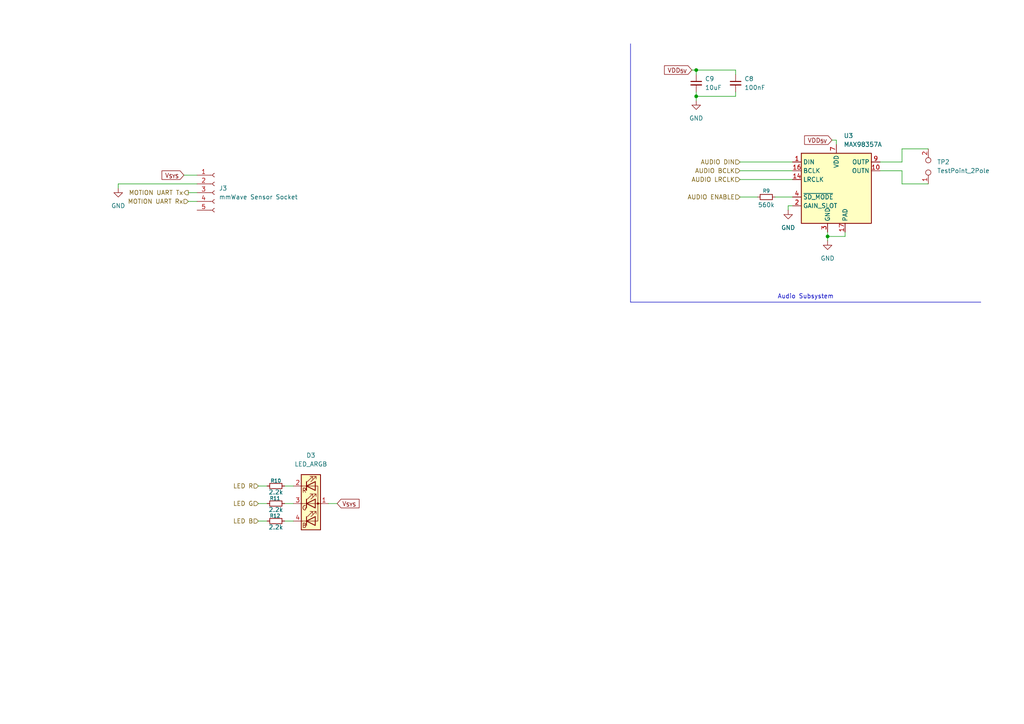
<source format=kicad_sch>
(kicad_sch (version 20250114) (generator "eeschema") (generator_version "9.0")
  (paper "A4")
  (lib_symbols
    (symbol "Audio:MAX98357A"
      (property "Reference" "U" (at -8.89 11.43 0))
      (property "Value" "MAX98357A" (at 10.16 11.43 0))
      (symbol "MAX98357A_1_1"
        (rectangle (start -10.16 10.16) (end 10.16 -10.16) (stroke (width 0.254)) (fill (type background)))
        (pin input line (at -12.7 7.62 0) (length 2.54) (name "DIN") (number "1"))
        (pin input line (at -12.7 5.08 0) (length 2.54) (name "BCLK") (number "16"))
        (pin input line (at -12.7 2.54 0) (length 2.54) (name "LRCLK") (number "14"))
        (pin input line (at -12.7 -2.54 0) (length 2.54) (name "~{SD_MODE}") (number "4"))
        (pin passive line (at -12.7 -5.08 0) (length 2.54) (name "GAIN_SLOT") (number "2"))
        (pin passive line (at -2.54 -12.7 90) (length 2.54) (hide yes) (name "GND") (number "11"))
        (pin passive line (at -2.54 -12.7 90) (length 2.54) (hide yes) (name "GND") (number "15"))
        (pin power_in line (at -2.54 -12.7 90) (length 2.54) (name "GND") (number "3"))
        (pin power_in line (at 0 12.7 270) (length 2.54) (name "VDD") (number "7"))
        (pin passive line (at 0 12.7 270) (length 2.54) (hide yes) (name "VDD") (number "8"))
        (pin unspecified line (at 2.54 -12.7 90) (length 2.54) (name "PAD") (number "17"))
        (pin no_connect line (at 10.16 2.54 180) (length 2.54) (hide yes) (name "NC") (number "5"))
        (pin no_connect line (at 10.16 0 180) (length 2.54) (hide yes) (name "NC") (number "6"))
        (pin no_connect line (at 10.16 -5.08 180) (length 2.54) (hide yes) (name "NC") (number "12"))
        (pin no_connect line (at 10.16 -7.62 180) (length 2.54) (hide yes) (name "NC") (number "13"))
        (pin output line (at 12.7 7.62 180) (length 2.54) (name "OUTP") (number "9"))
        (pin output line (at 12.7 5.08 180) (length 2.54) (name "OUTN") (number "10"))
      )
    )
    (symbol "Connector:Conn_01x05_Socket" (pin_names (offset 1.016) (hide yes))
      (property "Reference" "J" (at 0 7.62 0))
      (property "Value" "Conn_01x05_Socket" (at 0 -7.62 0))
      (symbol "Conn_01x05_Socket_1_1"
        (polyline (pts (xy -1.27 5.08) (xy -0.508 5.08)) (stroke (width 0.1524)))
        (polyline (pts (xy -1.27 2.54) (xy -0.508 2.54)) (stroke (width 0.1524)))
        (polyline (pts (xy -1.27 0) (xy -0.508 0)) (stroke (width 0.1524)))
        (polyline (pts (xy -1.27 -2.54) (xy -0.508 -2.54)) (stroke (width 0.1524)))
        (polyline (pts (xy -1.27 -5.08) (xy -0.508 -5.08)) (stroke (width 0.1524)))
        (arc (start 0 4.572) (mid -0.5058 5.08) (end 0 5.588) (stroke (width 0.1524)))
        (arc (start 0 2.032) (mid -0.5058 2.54) (end 0 3.048) (stroke (width 0.1524)))
        (arc (start 0 -0.508) (mid -0.5058 0) (end 0 0.508) (stroke (width 0.1524)))
        (arc (start 0 -3.048) (mid -0.5058 -2.54) (end 0 -2.032) (stroke (width 0.1524)))
        (arc (start 0 -5.588) (mid -0.5058 -5.08) (end 0 -4.572) (stroke (width 0.1524)))
        (pin passive line (at -5.08 5.08 0) (length 3.81) (name "Pin_1") (number "1"))
        (pin passive line (at -5.08 2.54 0) (length 3.81) (name "Pin_2") (number "2"))
        (pin passive line (at -5.08 0 0) (length 3.81) (name "Pin_3") (number "3"))
        (pin passive line (at -5.08 -2.54 0) (length 3.81) (name "Pin_4") (number "4"))
        (pin passive line (at -5.08 -5.08 0) (length 3.81) (name "Pin_5") (number "5"))
      )
    )
    (symbol "Connector:TestPoint_2Pole" (pin_names (offset 0.762) (hide yes))
      (property "Reference" "TP" (at 0 1.524 0))
      (property "Value" "TestPoint_2Pole" (at 0 -1.778 0))
      (symbol "TestPoint_2Pole_0_1"
        (circle (center -1.778 0) (radius 0.762))
        (circle (center 1.778 0) (radius 0.762))
        (pin passive line (at -5.08 0 0) (length 2.54) (name "1") (number "1"))
        (pin passive line (at 5.08 0 180) (length 2.54) (name "2") (number "2"))
      )
    )
    (symbol "Device:C_Small" (pin_numbers (hide yes)) (pin_names (offset 0.254) (hide yes))
      (property "Reference" "C" (at 0.254 1.778 0))
      (property "Value" "C_Small" (at 0.254 -2.032 0))
      (symbol "C_Small_0_1"
        (polyline (pts (xy -1.524 0.508) (xy 1.524 0.508)) (stroke (width 0.3048)))
        (polyline (pts (xy -1.524 -0.508) (xy 1.524 -0.508)) (stroke (width 0.3302)))
      )
      (symbol "C_Small_1_1"
        (pin passive line (at 0 2.54 270) (length 2.032) (name "~") (number "1"))
        (pin passive line (at 0 -2.54 90) (length 2.032) (name "~") (number "2"))
      )
    )
    (symbol "Device:LED_ARGB" (pin_names (offset 0) (hide yes))
      (property "Reference" "D" (at 0 9.398 0))
      (property "Value" "LED_ARGB" (at 0 -8.89 0))
      (symbol "LED_ARGB_0_0"
        (text "R" (at -1.905 3.81 0) (effects (font (size 1.27 1.27))))
        (text "G" (at -1.905 -1.27 0) (effects (font (size 1.27 1.27))))
        (text "B" (at -1.905 -6.35 0) (effects (font (size 1.27 1.27))))
      )
      (symbol "LED_ARGB_0_1"
        (polyline (pts (xy -1.27 6.35) (xy -1.27 3.81)) (stroke (width 0.254)))
        (polyline (pts (xy -1.27 6.35) (xy -1.27 3.81) (xy -1.27 3.81)))
        (polyline (pts (xy -1.27 5.08) (xy -2.54 5.08)))
        (polyline (pts (xy -1.27 5.08) (xy 1.27 5.08)))
        (polyline (pts (xy -1.27 1.27) (xy -1.27 -1.27)) (stroke (width 0.254)))
        (polyline (pts (xy -1.27 1.27) (xy -1.27 -1.27) (xy -1.27 -1.27)))
        (polyline (pts (xy -1.27 0) (xy -2.54 0)))
        (polyline (pts (xy -1.27 -3.81) (xy -1.27 -6.35)) (stroke (width 0.254)))
        (polyline (pts (xy -1.27 -5.08) (xy -2.54 -5.08)))
        (polyline (pts (xy -1.27 -5.08) (xy 1.27 -5.08)))
        (polyline (pts (xy -1.016 6.35) (xy 0.508 7.874) (xy -0.254 7.874) (xy 0.508 7.874) (xy 0.508 7.112)))
        (polyline (pts (xy -1.016 1.27) (xy 0.508 2.794) (xy -0.254 2.794) (xy 0.508 2.794) (xy 0.508 2.032)))
        (polyline (pts (xy -1.016 -3.81) (xy 0.508 -2.286) (xy -0.254 -2.286) (xy 0.508 -2.286) (xy 0.508 -3.048)))
        (polyline (pts (xy 0 6.35) (xy 1.524 7.874) (xy 0.762 7.874) (xy 1.524 7.874) (xy 1.524 7.112)))
        (polyline (pts (xy 0 1.27) (xy 1.524 2.794) (xy 0.762 2.794) (xy 1.524 2.794) (xy 1.524 2.032)))
        (polyline (pts (xy 0 -3.81) (xy 1.524 -2.286) (xy 0.762 -2.286) (xy 1.524 -2.286) (xy 1.524 -3.048)))
        (polyline (pts (xy 1.27 6.35) (xy 1.27 3.81) (xy -1.27 5.08) (xy 1.27 6.35)) (stroke (width 0.254)))
        (rectangle (start 1.27 6.35) (end 1.27 6.35))
        (rectangle (start 1.27 3.81) (end 1.27 6.35))
        (polyline (pts (xy 1.27 1.27) (xy 1.27 -1.27) (xy -1.27 0) (xy 1.27 1.27)) (stroke (width 0.254)))
        (rectangle (start 1.27 1.27) (end 1.27 1.27))
        (polyline (pts (xy 1.27 0) (xy -1.27 0)))
        (polyline (pts (xy 1.27 0) (xy 2.54 0)))
        (rectangle (start 1.27 -1.27) (end 1.27 1.27))
        (polyline (pts (xy 1.27 -3.81) (xy 1.27 -6.35) (xy -1.27 -5.08) (xy 1.27 -3.81)) (stroke (width 0.254)))
        (polyline (pts (xy 1.27 -5.08) (xy 2.032 -5.08) (xy 2.032 5.08) (xy 1.27 5.08)))
        (circle (center 2.032 0) (radius 0.254) (fill (type outline)))
        (rectangle (start 2.794 8.382) (end -2.794 -7.62) (stroke (width 0.254)) (fill (type background)))
      )
      (symbol "LED_ARGB_1_1"
        (pin passive line (at -5.08 5.08 0) (length 2.54) (name "RK") (number "2"))
        (pin passive line (at -5.08 0 0) (length 2.54) (name "GK") (number "3"))
        (pin passive line (at -5.08 -5.08 0) (length 2.54) (name "BK") (number "4"))
        (pin passive line (at 5.08 0 180) (length 2.54) (name "A") (number "1"))
      )
    )
    (symbol "Device:R_Small" (pin_numbers (hide yes)) (pin_names (offset 0.254) (hide yes))
      (property "Reference" "R" (at 0 0 90))
      (property "Value" "R_Small" (at 1.778 0 90))
      (symbol "R_Small_0_1"
        (rectangle (start -0.762 1.778) (end 0.762 -1.778) (stroke (width 0.2032)))
      )
      (symbol "R_Small_1_1"
        (pin passive line (at 0 2.54 270) (length 0.762) (name "~") (number "1"))
        (pin passive line (at 0 -2.54 90) (length 0.762) (name "~") (number "2"))
      )
    )
    (symbol "power:GND" (power) (pin_numbers (hide yes)) (pin_names (offset 0) (hide yes))
      (property "Value" "GND" (at 0 -3.81 0))
      (symbol "GND_0_1"
        (polyline (pts (xy 0 0) (xy 0 -1.27) (xy 1.27 -1.27) (xy 0 -2.54) (xy -1.27 -1.27) (xy 0 -1.27)))
      )
      (symbol "GND_1_1"
        (pin power_in line (at 0 0 270) (length 0) (name "~") (number "1"))
      )
    )
  )
  (text "Audio Subsystem" (at 233.68 86.106 0) (effects (font (size 1.27 1.27))))
  (junction (at 201.93 27.94))
  (junction (at 201.93 20.32))
  (junction (at 240.03 68.58))
  (wire (pts (xy 242.57 40.64) (xy 242.57 41.91)))
  (wire (pts (xy 245.11 67.31) (xy 245.11 68.58)))
  (wire (pts (xy 53.34 50.8) (xy 57.15 50.8)))
  (wire (pts (xy 74.93 146.05) (xy 77.47 146.05)))
  (wire (pts (xy 54.61 55.88) (xy 57.15 55.88)))
  (wire (pts (xy 269.24 53.34) (xy 261.62 53.34)))
  (wire (pts (xy 82.55 146.05) (xy 85.09 146.05)))
  (wire (pts (xy 241.3 40.64) (xy 242.57 40.64)))
  (wire (pts (xy 201.93 20.32) (xy 213.36 20.32)))
  (wire (pts (xy 213.36 20.32) (xy 213.36 21.59)))
  (wire (pts (xy 240.03 68.58) (xy 240.03 69.85)))
  (wire (pts (xy 200.66 20.32) (xy 201.93 20.32)))
  (wire (pts (xy 201.93 27.94) (xy 201.93 26.67)))
  (wire (pts (xy 201.93 21.59) (xy 201.93 20.32)))
  (wire (pts (xy 228.6 59.69) (xy 229.87 59.69)))
  (wire (pts (xy 82.55 151.13) (xy 85.09 151.13)))
  (wire (pts (xy 213.36 27.94) (xy 201.93 27.94)))
  (wire (pts (xy 224.79 57.15) (xy 229.87 57.15)))
  (wire (pts (xy 228.6 60.96) (xy 228.6 59.69)))
  (polyline (pts (xy 284.48 87.63) (xy 182.88 87.63)))
  (wire (pts (xy 261.62 53.34) (xy 261.62 49.53)))
  (wire (pts (xy 269.24 43.18) (xy 261.62 43.18)))
  (wire (pts (xy 54.61 58.42) (xy 57.15 58.42)))
  (wire (pts (xy 240.03 67.31) (xy 240.03 68.58)))
  (wire (pts (xy 245.11 68.58) (xy 240.03 68.58)))
  (wire (pts (xy 261.62 46.99) (xy 255.27 46.99)))
  (wire (pts (xy 213.36 26.67) (xy 213.36 27.94)))
  (wire (pts (xy 95.25 146.05) (xy 97.79 146.05)))
  (wire (pts (xy 34.29 54.61) (xy 34.29 53.34)))
  (wire (pts (xy 261.62 43.18) (xy 261.62 46.99)))
  (polyline (pts (xy 182.88 12.7) (xy 182.88 87.63)))
  (wire (pts (xy 34.29 53.34) (xy 57.15 53.34)))
  (wire (pts (xy 201.93 27.94) (xy 201.93 29.21)))
  (wire (pts (xy 261.62 49.53) (xy 255.27 49.53)))
  (wire (pts (xy 74.93 151.13) (xy 77.47 151.13)))
  (wire (pts (xy 74.93 140.97) (xy 77.47 140.97)))
  (wire (pts (xy 214.63 49.53) (xy 229.87 49.53)))
  (wire (pts (xy 214.63 57.15) (xy 219.71 57.15)))
  (wire (pts (xy 214.63 52.07) (xy 229.87 52.07)))
  (wire (pts (xy 214.63 46.99) (xy 229.87 46.99)))
  (wire (pts (xy 82.55 140.97) (xy 85.09 140.97)))
  (global_label "VDD_{5V}" (shape input) (at 241.3 40.64 180) (property "Intersheetrefs" "${INTERSHEET_REFS}" (effects (hide yes))))
  (global_label "V_{SYS}" (shape input) (at 53.34 50.8 180) (property "Intersheetrefs" "${INTERSHEET_REFS}" (effects (hide yes))))
  (global_label "VDD_{5V}" (shape input) (at 200.66 20.32 180) (property "Intersheetrefs" "${INTERSHEET_REFS}" (effects (hide yes))))
  (global_label "V_{SYS}" (shape input) (at 97.79 146.05 0) (property "Intersheetrefs" "${INTERSHEET_REFS}" (effects (hide yes))))
  (hierarchical_label "LED B" (shape input) (at 74.93 151.13 180))
  (hierarchical_label "LED R" (shape input) (at 74.93 140.97 180))
  (hierarchical_label "MOTION UART Rx" (shape input) (at 54.61 58.42 180))
  (hierarchical_label "AUDIO DIN" (shape input) (at 214.63 46.99 180))
  (hierarchical_label "AUDIO BCLK" (shape input) (at 214.63 49.53 180))
  (hierarchical_label "LED G" (shape input) (at 74.93 146.05 180))
  (hierarchical_label "AUDIO LRCLK" (shape input) (at 214.63 52.07 180))
  (hierarchical_label "MOTION UART Tx" (shape output) (at 54.61 55.88 180))
  (hierarchical_label "AUDIO ENABLE" (shape input) (at 214.63 57.15 180))
  (symbol (lib_id "Device:LED_ARGB") (at 90.17 146.05 0) (unit 1)
    (property "Reference" "D3" (at 90.17 132.08 0))
    (property "Value" "LED_ARGB" (at 90.17 134.62 0))
    (property "Footprint" "Auto Lib:19237R6GHBHCA012T" (effects (hide yes)))
    (property "Description" "RGB LED, anode/red/green/blue" (effects (hide yes)))
  )
  (symbol (lib_id "Device:R_Small") (at 80.01 146.05 270) (unit 1)
    (property "Reference" "R11" (at 79.756 144.526 90) (effects (font (size 1.016 1.016))))
    (property "Value" "2.2k" (at 80.01 147.828 90))
    (property "Footprint" "Resistor_SMD:R_0402_1005Metric_Pad0.72x0.64mm_HandSolder" (effects (hide yes)))
    (property "Description" "Resistor, small symbol" (effects (hide yes)))
  )
  (symbol (lib_id "Device:C_Small") (at 213.36 24.13 0) (unit 1)
    (property "Reference" "C8" (at 215.9 22.8662 0) (effects (justify left)))
    (property "Value" "100nF" (at 215.9 25.4062 0) (effects (justify left)))
    (property "Footprint" "Capacitor_SMD:C_0402_1005Metric_Pad0.74x0.62mm_HandSolder" (effects (hide yes)))
    (property "Description" "Unpolarized capacitor, small symbol" (effects (hide yes)))
  )
  (symbol (lib_id "power:GND") (at 201.93 29.21 0) (unit 1)
    (property "Reference" "#PWR016" (effects (hide yes)))
    (property "Value" "GND" (at 201.93 34.29 0))
    (property "Description" "Power symbol creates a global label with name \"GND\" , ground" (effects (hide yes)))
  )
  (symbol (lib_id "power:GND") (at 228.6 60.96 0) (unit 1)
    (property "Reference" "#PWR018" (effects (hide yes)))
    (property "Value" "GND" (at 228.6 66.04 0))
    (property "Description" "Power symbol creates a global label with name \"GND\" , ground" (effects (hide yes)))
  )
  (symbol (lib_id "power:GND") (at 34.29 54.61 0) (unit 1)
    (property "Reference" "#PWR019" (effects (hide yes)))
    (property "Value" "GND" (at 34.29 59.69 0))
    (property "Description" "Power symbol creates a global label with name \"GND\" , ground" (effects (hide yes)))
  )
  (symbol (lib_id "Device:R_Small") (at 222.25 57.15 90) (unit 1)
    (property "Reference" "R9" (at 222.25 55.372 90) (effects (font (size 1.016 1.016))))
    (property "Value" "560k" (at 222.25 59.436 90))
    (property "Footprint" "Resistor_SMD:R_0402_1005Metric_Pad0.72x0.64mm_HandSolder" (effects (hide yes)))
    (property "Description" "Resistor, small symbol" (effects (hide yes)))
  )
  (symbol (lib_id "Device:R_Small") (at 80.01 151.13 270) (unit 1)
    (property "Reference" "R12" (at 79.756 149.606 90) (effects (font (size 1.016 1.016))))
    (property "Value" "2.2k" (at 80.01 152.908 90))
    (property "Footprint" "Resistor_SMD:R_0402_1005Metric_Pad0.72x0.64mm_HandSolder" (effects (hide yes)))
    (property "Description" "Resistor, small symbol" (effects (hide yes)))
  )
  (symbol (lib_id "Audio:MAX98357A") (at 242.57 54.61 0) (unit 1)
    (property "Reference" "U3" (at 244.7133 39.37 0) (effects (justify left)))
    (property "Value" "MAX98357A" (at 244.7133 41.91 0) (effects (justify left)))
    (property "Footprint" "Package_DFN_QFN:TQFN-16-1EP_3x3mm_P0.5mm_EP1.23x1.23mm_ThermalVias" (effects (hide yes)))
    (property "Datasheet" "https://www.analog.com/media/en/technical-documentation/data-sheets/MAX98357A-MAX98357B.pdf" (effects (hide yes)))
    (property "Description" "Mono DAC with amplifier, I2S, PCM, TDM, 32-bit, 96khz, 3.2W, TQFP-16" (effects (hide yes)))
  )
  (symbol (lib_id "Connector:TestPoint_2Pole") (at 269.24 48.26 90) (unit 1)
    (property "Reference" "TP2" (at 271.78 46.9899 90) (effects (justify right)))
    (property "Value" "TestPoint_2Pole" (at 271.78 49.5299 90) (effects (justify right)))
    (property "Footprint" "Connector_PinSocket_2.54mm:PinSocket_2x01_P2.54mm_Vertical" (effects (hide yes)))
    (property "Description" "2-polar test point" (effects (hide yes)))
  )
  (symbol (lib_id "power:GND") (at 240.03 69.85 0) (unit 1)
    (property "Reference" "#PWR017" (effects (hide yes)))
    (property "Value" "GND" (at 240.03 74.93 0))
    (property "Description" "Power symbol creates a global label with name \"GND\" , ground" (effects (hide yes)))
  )
  (symbol (lib_id "Device:C_Small") (at 201.93 24.13 0) (unit 1)
    (property "Reference" "C9" (at 204.47 22.8662 0) (effects (justify left)))
    (property "Value" "10uF" (at 204.47 25.4062 0) (effects (justify left)))
    (property "Footprint" "Capacitor_SMD:C_0603_1608Metric_Pad1.08x0.95mm_HandSolder" (effects (hide yes)))
    (property "Description" "Unpolarized capacitor, small symbol" (effects (hide yes)))
  )
  (symbol (lib_id "Connector:Conn_01x05_Socket") (at 62.23 55.88 0) (unit 1)
    (property "Reference" "J3" (at 63.5 54.6099 0) (effects (justify left)))
    (property "Value" "mmWave Sensor Socket" (at 63.5 57.1499 0) (effects (justify left)))
    (property "Footprint" "Connector_PinSocket_2.54mm:PinSocket_1x05_P2.54mm_Vertical" (effects (hide yes)))
    (property "Description" "Generic connector, single row, 01x05, script generated" (effects (hide yes)))
  )
  (symbol (lib_id "Device:R_Small") (at 80.01 140.97 270) (unit 1)
    (property "Reference" "R10" (at 80.01 139.446 90) (effects (font (size 1.016 1.016))))
    (property "Value" "2.2k" (at 80.01 142.748 90))
    (property "Footprint" "Resistor_SMD:R_0402_1005Metric_Pad0.72x0.64mm_HandSolder" (effects (hide yes)))
    (property "Description" "Resistor, small symbol" (effects (hide yes)))
  )
)
</source>
